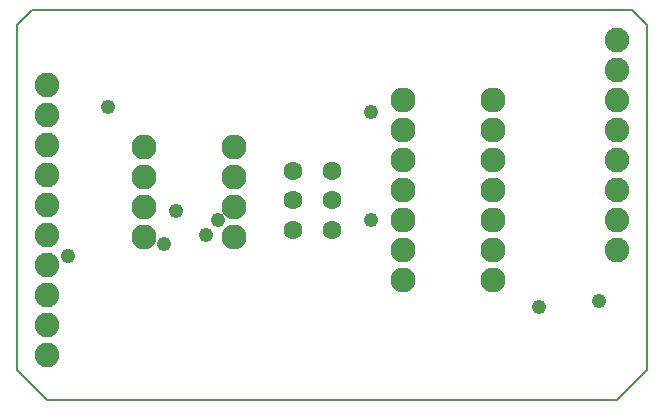
<source format=gbs>
G75*
%MOIN*%
%OFA0B0*%
%FSLAX25Y25*%
%IPPOS*%
%LPD*%
%AMOC8*
5,1,8,0,0,1.08239X$1,22.5*
%
%ADD10C,0.08200*%
%ADD11C,0.00500*%
%ADD12C,0.08300*%
%ADD13C,0.06300*%
%ADD14C,0.04762*%
D10*
X0046595Y0016256D03*
X0046595Y0026256D03*
X0046595Y0036256D03*
X0046595Y0046256D03*
X0046595Y0056256D03*
X0046595Y0066256D03*
X0046595Y0076256D03*
X0046595Y0086256D03*
X0046595Y0096256D03*
X0046595Y0106256D03*
X0236595Y0101256D03*
X0236595Y0091256D03*
X0236595Y0081256D03*
X0236595Y0071256D03*
X0236595Y0061256D03*
X0236595Y0051256D03*
X0236595Y0111256D03*
X0236595Y0121256D03*
D11*
X0036595Y0126256D02*
X0036595Y0011256D01*
X0046595Y0001256D01*
X0236595Y0001256D01*
X0246595Y0011256D01*
X0246595Y0126256D01*
X0241595Y0131256D01*
X0041595Y0131256D01*
X0036595Y0126256D01*
D12*
X0079195Y0085656D03*
X0079195Y0075656D03*
X0079195Y0065656D03*
X0079195Y0055656D03*
X0109195Y0055656D03*
X0109195Y0065656D03*
X0109195Y0075656D03*
X0109195Y0085656D03*
X0165495Y0081556D03*
X0165495Y0091556D03*
X0165495Y0101556D03*
X0195495Y0101556D03*
X0195495Y0091556D03*
X0195495Y0081556D03*
X0195495Y0071556D03*
X0195495Y0061556D03*
X0195495Y0051556D03*
X0195495Y0041556D03*
X0165495Y0041556D03*
X0165495Y0051556D03*
X0165495Y0061556D03*
X0165495Y0071556D03*
D13*
X0141795Y0067956D03*
X0128795Y0067956D03*
X0128795Y0077756D03*
X0141795Y0077756D03*
X0141795Y0058156D03*
X0128795Y0058156D03*
D14*
X0103595Y0061256D03*
X0099595Y0056256D03*
X0089595Y0064256D03*
X0085595Y0053256D03*
X0053595Y0049256D03*
X0066942Y0098909D03*
X0154595Y0097256D03*
X0154595Y0061256D03*
X0210595Y0032256D03*
X0230595Y0034256D03*
M02*

</source>
